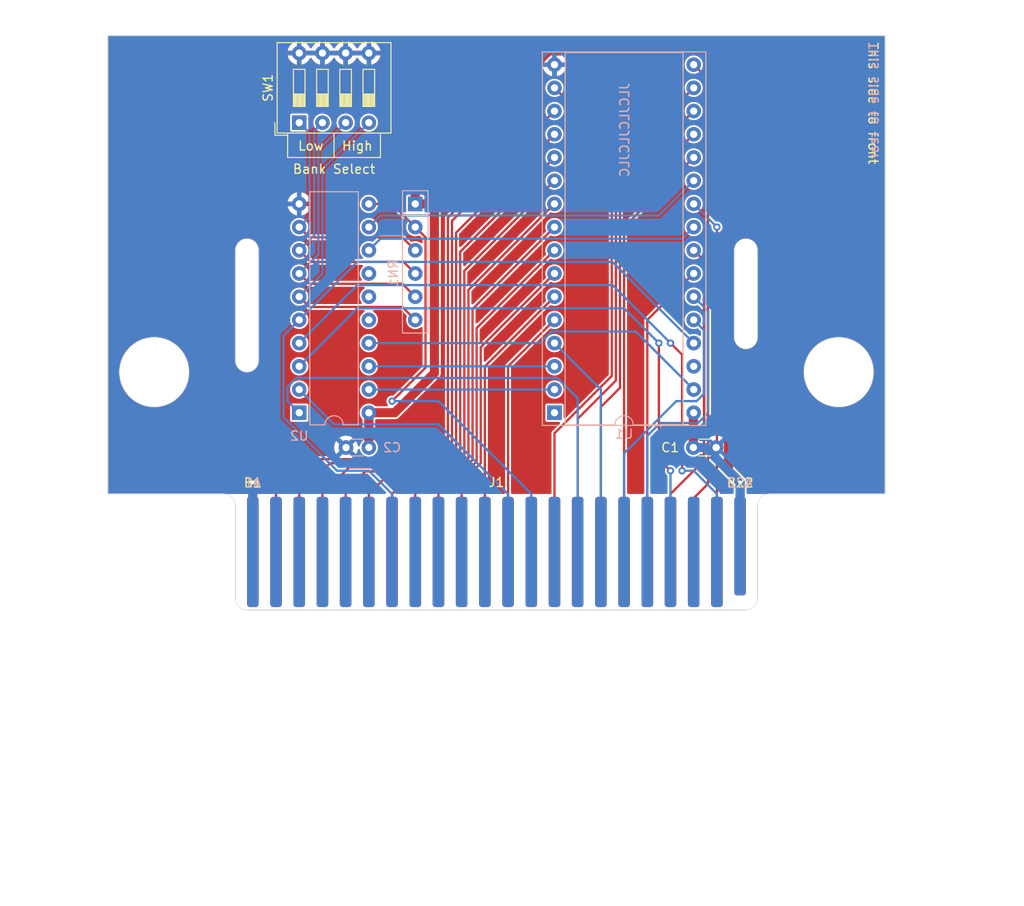
<source format=kicad_pcb>
(kicad_pcb (version 20221018) (generator pcbnew)
  (title_block (title "Cartridge for BBC Master & Acorn Electron"))
  (layers (0 "F.Cu" signal) (31 "B.Cu" signal) (34 "B.Paste" user) (35 "F.Paste" user) (36 "B.SilkS" user "B.Silkscreen") (37 "F.SilkS" user "F.Silkscreen") (38 "B.Mask" user) (39 "F.Mask" user) (44 "Edge.Cuts" user))
  (net 0 "")
  (net 1 "GND")
  (net 2 "VCC")
  (net 3 "/A10")
  (net 4 "/D3")
  (net 5 "/A11")
  (net 6 "/A9")
  (net 7 "/D7")
  (net 8 "/D6")
  (net 9 "/D5")
  (net 10 "/D4")
  (net 11 "/LightPen")
  (net 12 "/BA7")
  (net 13 "/BA6")
  (net 14 "/BA5")
  (net 15 "/BA4")
  (net 16 "/BA3")
  (net 17 "/BA2")
  (net 18 "/BA1")
  (net 19 "/BA0")
  (net 20 "/D0")
  (net 21 "/D2")
  (net 22 "/D1")
  (net 23 "/~{ROMOE}")
  (net 24 "/~{RST}")
  (net 25 "/CS_R~{W}")
  (net 26 "/A8")
  (net 27 "/A13")
  (net 28 "/A12")
  (net 29 "/Phi_2")
  (net 30 "/-5V")
  (net 31 "/MADET")
  (net 32 "/M_R~{W}")
  (net 33 "/~{NMI}")
  (net 34 "/~{IRQ}")
  (net 35 "/~{inFC}")
  (net 36 "/~{inFD}")
  (net 37 "/ROMQA")
  (net 38 "/Clock")
  (net 39 "/~{CRTCRST}")
  (net 40 "/AudioOut")
  (net 41 "/AudioGnd")
  (net 42 "/AudioIn")
  (net 43 "/~{Hi_A16}")
  (net 44 "/~{Hi_A15}")
  (net 45 "/~{Lo_A16}")
  (net 46 "/~{Lo_A15}")
  (net 48 "/A16")
  (net 49 "/A15")
  (net 50 "/~{CS}")
  (net 51 "/~{OE}")
  (net 53 "/~{PGM}")
  (footprint "Button_Switch_THT:SW_DIP_SPSTx04_Slide_9.78x12.34mm_W7.62mm_P2.54mm" (layer "F.Cu") (at 46.99 35.56 90)
    (fp_text reference "SW1" (at 3.81 -3.42 90) (layer "F.SilkS"))
    (fp_text value "SW_DIP_x04")
    (fp_line (start -1.38 -2.66) (end -1.38 -1.277) (stroke (width 0.12)) (layer "F.SilkS"))
    (fp_line (start -1.38 -2.66) (end 0.004 -2.66) (stroke (width 0.12)) (layer "F.SilkS"))
    (fp_line (start -1.14 -2.42) (end -1.14 10.04) (stroke (width 0.12)) (layer "F.SilkS"))
    (fp_line (start -1.14 -2.42) (end 8.76 -2.42) (stroke (width 0.12)) (layer "F.SilkS"))
    (fp_line (start -1.14 10.04) (end 8.76 10.04) (stroke (width 0.12)) (layer "F.SilkS"))
    (fp_line (start 1.78 -0.635) (end 1.78 0.635) (stroke (width 0.12)) (layer "F.SilkS"))
    (fp_line (start 1.78 -0.515) (end 3.133333 -0.515) (stroke (width 0.12)) (layer "F.SilkS"))
    (fp_line (start 1.78 -0.395) (end 3.133333 -0.395) (stroke (width 0.12)) (layer "F.SilkS"))
    (fp_line (start 1.78 -0.275) (end 3.133333 -0.275) (stroke (width 0.12)) (layer "F.SilkS"))
    (fp_line (start 1.78 -0.155) (end 3.133333 -0.155) (stroke (width 0.12)) (layer "F.SilkS"))
    (fp_line (start 1.78 -0.035) (end 3.133333 -0.035) (stroke (width 0.12)) (layer "F.SilkS"))
    (fp_line (start 1.78 0.085) (end 3.133333 0.085) (stroke (width 0.12)) (layer "F.SilkS"))
    (fp_line (start 1.78 0.205) (end 3.133333 0.205) (stroke (width 0.12)) (layer "F.SilkS"))
    (fp_line (start 1.78 0.325) (end 3.133333 0.325) (stroke (width 0.12)) (layer "F.SilkS"))
    (fp_line (start 1.78 0.445) (end 3.133333 0.445) (stroke (width 0.12)) (layer "F.SilkS"))
    (fp_line (start 1.78 0.565) (end 3.133333 0.565) (stroke (width 0.12)) (layer "F.SilkS"))
    (fp_line (start 1.78 0.635) (end 5.84 0.635) (stroke (width 0.12)) (layer "F.SilkS"))
    (fp_line (start 1.78 1.905) (end 1.78 3.175) (stroke (width 0.12)) (layer "F.SilkS"))
    (fp_line (start 1.78 2.025) (end 3.133333 2.025) (stroke (width 0.12)) (layer "F.SilkS"))
    (fp_line (start 1.78 2.145) (end 3.133333 2.145) (stroke (width 0.12)) (layer "F.SilkS"))
    (fp_line (start 1.78 2.265) (end 3.133333 2.265) (stroke (width 0.12)) (layer "F.SilkS"))
    (fp_line (start 1.78 2.385) (end 3.133333 2.385) (stroke (width 0.12)) (layer "F.SilkS"))
    (fp_line (start 1.78 2.505) (end 3.133333 2.505) (stroke (width 0.12)) (layer "F.SilkS"))
    (fp_line (start 1.78 2.625) (end 3.133333 2.625) (stroke (width 0.12)) (layer "F.SilkS"))
    (fp_line (start 1.78 2.745) (end 3.133333 2.745) (stroke (width 0.12)) (layer "F.SilkS"))
    (fp_line (start 1.78 2.865) (end 3.133333 2.865) (stroke (width 0.12)) (layer "F.SilkS"))
    (fp_line (start 1.78 2.985) (end 3.133333 2.985) (stroke (width 0.12)) (layer "F.SilkS"))
    (fp_line (start 1.78 3.105) (end 3.133333 3.105) (stroke (width 0.12)) (layer "F.SilkS"))
    (fp_line (start 1.78 3.175) (end 5.84 3.175) (stroke (width 0.12)) (layer "F.SilkS"))
    (fp_line (start 1.78 4.445) (end 1.78 5.715) (stroke (width 0.12)) (layer "F.SilkS"))
    (fp_line (start 1.78 4.565) (end 3.133333 4.565) (stroke (width 0.12)) (layer "F.SilkS"))
    (fp_line (start 1.78 4.685) (end 3.133333 4.685) (stroke (width 0.12)) (layer "F.SilkS"))
    (fp_line (start 1.78 4.805) (end 3.133333 4.805) (stroke (width 0.12)) (layer "F.SilkS"))
    (fp_line (start 1.78 4.925) (end 3.133333 4.925) (stroke (width 0.12)) (layer "F.SilkS"))
    (fp_line (start 1.78 5.045) (end 3.133333 5.045) (stroke (width 0.12)) (layer "F.SilkS"))
    (fp_line (start 1.78 5.165) (end 3.133333 5.165) (stroke (width 0.12)) (layer "F.SilkS"))
    (fp_line (start 1.78 5.285) (end 3.133333 5.285) (stroke (width 0.12)) (layer "F.SilkS"))
    (fp_line (start 1.78 5.405) (end 3.133333 5.405) (stroke (width 0.12)) (layer "F.SilkS"))
    (fp_line (start 1.78 5.525) (end 3.133333 5.525) (stroke (width 0.12)) (layer "F.SilkS"))
    (fp_line (start 1.78 5.645) (end 3.133333 5.645) (stroke (width 0.12)) (layer "F.SilkS"))
    (fp_line (start 1.78 5.715) (end 5.84 5.715) (stroke (width 0.12)) (layer "F.SilkS"))
    (fp_line (start 1.78 6.985) (end 1.78 8.255) (stroke (width 0.12)) (layer "F.SilkS"))
    (fp_line (start 1.78 7.105) (end 3.133333 7.105) (stroke (width 0.12)) (layer "F.SilkS"))
    (fp_line (start 1.78 7.225) (end 3.133333 7.225) (stroke (width 0.12)) (layer "F.SilkS"))
    (fp_line (start 1.78 7.345) (end 3.133333 7.345) (stroke (width 0.12)) (layer "F.SilkS"))
    (fp_line (start 1.78 7.465) (end 3.133333 7.465) (stroke (width 0.12)) (layer "F.SilkS"))
    (fp_line (start 1.78 7.585) (end 3.133333 7.585) (stroke (width 0.12)) (layer "F.SilkS"))
    (fp_line (start 1.78 7.705) (end 3.133333 7.705) (stroke (width 0.12)) (layer "F.SilkS"))
    (fp_line (start 1.78 7.825) (end 3.133333 7.825) (stroke (width 0.12)) (layer "F.SilkS"))
    (fp_line (start 1.78 7.945) (end 3.133333 7.945) (stroke (width 0.12)) (layer "F.SilkS"))
    (fp_line (start 1.78 8.065) (end 3.133333 8.065) (stroke (width 0.12)) (layer "F.SilkS"))
    (fp_line (start 1.78 8.185) (end 3.133333 8.185) (stroke (width 0.12)) (layer "F.SilkS"))
    (fp_line (start 1.78 8.255) (end 5.84 8.255) (stroke (width 0.12)) (layer "F.SilkS"))
    (fp_line (start 3.133333 -0.635) (end 3.133333 0.635) (stroke (width 0.12)) (layer "F.SilkS"))
    (fp_line (start 3.133333 1.905) (end 3.133333 3.175) (stroke (width 0.12)) (layer "F.SilkS"))
    (fp_line (start 3.133333 4.445) (end 3.133333 5.715) (stroke (width 0.12)) (layer "F.SilkS"))
    (fp_line (start 3.133333 6.985) (end 3.133333 8.255) (stroke (width 0.12)) (layer "F.SilkS"))
    (fp_line (start 5.84 -0.635) (end 1.78 -0.635) (stroke (width 0.12)) (layer "F.SilkS"))
    (fp_line (start 5.84 0.635) (end 5.84 -0.635) (stroke (width 0.12)) (layer "F.SilkS"))
    (fp_line (start 5.84 1.905) (end 1.78 1.905) (stroke (width 0.12)) (layer "F.SilkS"))
    (fp_line (start 5.84 3.175) (end 5.84 1.905) (stroke (width 0.12)) (layer "F.SilkS"))
    (fp_line (start 5.84 4.445) (end 1.78 4.445) (stroke (width 0.12)) (layer "F.SilkS"))
    (fp_line (start 5.84 5.715) (end 5.84 4.445) (stroke (width 0.12)) (layer "F.SilkS"))
    (fp_line (start 5.84 6.985) (end 1.78 6.985) (stroke (width 0.12)) (layer "F.SilkS"))
    (fp_line (start 5.84 8.255) (end 5.84 6.985) (stroke (width 0.12)) (layer "F.SilkS"))
    (fp_line (start 8.76 -2.42) (end 8.76 10.04) (stroke (width 0.12)) (layer "F.SilkS"))
    (pad "1" thru_hole rect (at 0 0 90) (size 1.6 1.6) (drill 0.8) (layers "*.Cu" "*.Mask") (net 43 "/~{Hi_A16}"))
    (pad "2" thru_hole oval (at 0 2.54 90) (size 1.6 1.6) (drill 0.8) (layers "*.Cu" "*.Mask") (net 44 "/~{Hi_A15}"))
    (pad "3" thru_hole oval (at 0 5.08 90) (size 1.6 1.6) (drill 0.8) (layers "*.Cu" "*.Mask") (net 45 "/~{Lo_A16}"))
    (pad "4" thru_hole oval (at 0 7.62 90) (size 1.6 1.6) (drill 0.8) (layers "*.Cu" "*.Mask") (net 46 "/~{Lo_A15}"))
    (pad "5" thru_hole oval (at 7.62 7.62 90) (size 1.6 1.6) (drill 0.8) (layers "*.Cu" "*.Mask") (net 1 "GND"))
    (pad "6" thru_hole oval (at 7.62 5.08 90) (size 1.6 1.6) (drill 0.8) (layers "*.Cu" "*.Mask") (net 1 "GND"))
    (pad "7" thru_hole oval (at 7.62 2.54 90) (size 1.6 1.6) (drill 0.8) (layers "*.Cu" "*.Mask") (net 1 "GND"))
    (pad "8" thru_hole oval (at 7.62 0 90) (size 1.6 1.6) (drill 0.8) (layers "*.Cu" "*.Mask") (net 1 "GND"))
  )
  (footprint "BBC Master Cartridge:BBC Master Cartridge" (layer "F.Cu") (at 68.58 76.5175)
    (fp_text reference "J1" (at 0 -1.5875) (layer "F.SilkS"))
    (fp_text value "Conn_02x22_Row_Letter_First" hide)
    (pad "a1" connect roundrect (at 26.67 5.3975) (size 1.27 10.795) (layers "B.Cu" "B.Mask") (net 2 "VCC"))
    (pad "a2" connect roundrect (at 24.13 6.0325) (size 1.27 12.065) (layers "B.Cu" "B.Mask") (net 23 "/~{ROMOE}"))
    (pad "a3" connect roundrect (at 21.59 6.0325) (size 1.27 12.065) (layers "B.Cu" "B.Mask") (net 24 "/~{RST}"))
    (pad "a4" connect roundrect (at 19.05 6.0325) (size 1.27 12.065) (layers "B.Cu" "B.Mask") (net 25 "/CS_R~{W}"))
    (pad "a5" connect roundrect (at 16.51 6.0325) (size 1.27 12.065) (layers "B.Cu" "B.Mask") (net 26 "/A8"))
    (pad "a6" connect roundrect (at 13.97 6.0325) (size 1.27 12.065) (layers "B.Cu" "B.Mask") (net 27 "/A13"))
    (pad "a7" connect roundrect (at 11.43 6.0325) (size 1.27 12.065) (layers "B.Cu" "B.Mask") (net 28 "/A12"))
    (pad "a8" connect roundrect (at 8.89 6.0325) (size 1.27 12.065) (layers "B.Cu" "B.Mask") (net 29 "/Phi_2"))
    (pad "a9" connect roundrect (at 6.35 6.0325) (size 1.27 12.065) (layers "B.Cu" "B.Mask") (net 30 "/-5V"))
    (pad "a10" connect roundrect (at 3.81 6.0325) (size 1.27 12.065) (layers "B.Cu" "B.Mask") (net 31 "/MADET"))
    (pad "a11" connect roundrect (at 1.27 6.0325) (size 1.27 12.065) (layers "B.Cu" "B.Mask") (net 32 "/M_R~{W}"))
    (pad "a12" connect roundrect (at -1.27 6.0325) (size 1.27 12.065) (layers "B.Cu" "B.Mask") (net 33 "/~{NMI}"))
    (pad "a13" connect roundrect (at -3.81 6.0325) (size 1.27 12.065) (layers "B.Cu" "B.Mask") (net 34 "/~{IRQ}"))
    (pad "a14" connect roundrect (at -6.35 6.0325) (size 1.27 12.065) (layers "B.Cu" "B.Mask") (net 35 "/~{inFC}"))
    (pad "a15" connect roundrect (at -8.89 6.0325) (size 1.27 12.065) (layers "B.Cu" "B.Mask") (net 36 "/~{inFD}"))
    (pad "a16" connect roundrect (at -11.43 6.0325) (size 1.27 12.065) (layers "B.Cu" "B.Mask") (net 37 "/ROMQA"))
    (pad "a17" connect roundrect (at -13.97 6.0325) (size 1.27 12.065) (layers "B.Cu" "B.Mask") (net 38 "/Clock"))
    (pad "a18" connect roundrect (at -16.51 6.0325) (size 1.27 12.065) (layers "B.Cu" "B.Mask") (net 39 "/~{CRTCRST}"))
    (pad "a19" connect roundrect (at -19.05 6.0325) (size 1.27 12.065) (layers "B.Cu" "B.Mask") (net 40 "/AudioOut"))
    (pad "a20" connect roundrect (at -21.59 6.0325) (size 1.27 12.065) (layers "B.Cu" "B.Mask") (net 41 "/AudioGnd"))
    (pad "a21" connect roundrect (at -24.13 6.0325) (size 1.27 12.065) (layers "B.Cu" "B.Mask") (net 42 "/AudioIn"))
    (pad "a22" connect roundrect (at -26.67 6.0325) (size 1.27 12.065) (layers "B.Cu" "B.Mask") (net 1 "GND"))
    (pad "b1" connect roundrect (at 26.67 5.3975) (size 1.27 10.795) (layers "F.Cu" "F.Mask") (net 2 "VCC"))
    (pad "b2" connect roundrect (at 24.13 6.0325) (size 1.27 12.065) (layers "F.Cu" "F.Mask") (net 3 "/A10"))
    (pad "b3" connect roundrect (at 21.59 6.0325) (size 1.27 12.065) (layers "F.Cu" "F.Mask") (net 4 "/D3"))
    (pad "b4" connect roundrect (at 19.05 6.0325) (size 1.27 12.065) (layers "F.Cu" "F.Mask") (net 5 "/A11"))
    (pad "b5" connect roundrect (at 16.51 6.0325) (size 1.27 12.065) (layers "F.Cu" "F.Mask") (net 6 "/A9"))
    (pad "b6" connect roundrect (at 13.97 6.0325) (size 1.27 12.065) (layers "F.Cu" "F.Mask") (net 7 "/D7"))
    (pad "b7" connect roundrect (at 11.43 6.0325) (size 1.27 12.065) (layers "F.Cu" "F.Mask") (net 8 "/D6"))
    (pad "b8" connect roundrect (at 8.89 6.0325) (size 1.27 12.065) (layers "F.Cu" "F.Mask") (net 9 "/D5"))
    (pad "b9" connect roundrect (at 6.35 6.0325) (size 1.27 12.065) (layers "F.Cu" "F.Mask") (net 10 "/D4"))
    (pad "b10" connect roundrect (at 3.81 6.0325) (size 1.27 12.065) (layers "F.Cu" "F.Mask") (net 11 "/LightPen"))
    (pad "b11" connect roundrect (at 1.27 6.0325) (size 1.27 12.065) (layers "F.Cu" "F.Mask") (net 12 "/BA7"))
    (pad "b12" connect roundrect (at -1.27 6.0325) (size 1.27 12.065) (layers "F.Cu" "F.Mask") (net 13 "/BA6"))
    (pad "b13" connect roundrect (at -3.81 6.0325) (size 1.27 12.065) (layers "F.Cu" "F.Mask") (net 14 "/BA5"))
    (pad "b14" connect roundrect (at -6.35 6.0325) (size 1.27 12.065) (layers "F.Cu" "F.Mask") (net 15 "/BA4"))
    (pad "b15" connect roundrect (at -8.89 6.0325) (size 1.27 12.065) (layers "F.Cu" "F.Mask") (net 16 "/BA3"))
    (pad "b16" connect roundrect (at -11.43 6.0325) (size 1.27 12.065) (layers "F.Cu" "F.Mask") (net 17 "/BA2"))
    (pad "b17" connect roundrect (at -13.97 6.0325) (size 1.27 12.065) (layers "F.Cu" "F.Mask") (net 18 "/BA1"))
    (pad "b18" connect roundrect (at -16.51 6.0325) (size 1.27 12.065) (layers "F.Cu" "F.Mask") (net 19 "/BA0"))
    (pad "b19" connect roundrect (at -19.05 6.0325) (size 1.27 12.065) (layers "F.Cu" "F.Mask") (net 20 "/D0"))
    (pad "b20" connect roundrect (at -21.59 6.0325) (size 1.27 12.065) (layers "F.Cu" "F.Mask") (net 21 "/D2"))
    (pad "b21" connect roundrect (at -24.13 6.0325) (size 1.27 12.065) (layers "F.Cu" "F.Mask") (net 22 "/D1"))
    (pad "b22" connect roundrect (at -26.67 6.0325) (size 1.27 12.065) (layers "F.Cu" "F.Mask") (net 1 "GND"))
  )
  (footprint "Capacitor_THT:C_Disc_D3.0mm_W1.6mm_P2.50mm" (layer "F.Cu") (at 90.13 71.12)
    (fp_text reference "C1" (at -2.54 0) (layer "F.SilkS"))
    (fp_text value "0.1uF")
    (fp_line (start 0.621 -0.92) (end 1.879 -0.92) (stroke (width 0.12)) (layer "F.SilkS"))
    (fp_line (start 0.621 0.92) (end 1.879 0.92) (stroke (width 0.12)) (layer "F.SilkS"))
    (pad "1" thru_hole circle (at 0 0) (size 1.6 1.6) (drill 0.8) (layers "*.Cu" "*.Mask") (net 2 "VCC"))
    (pad "2" thru_hole circle (at 2.5 0) (size 1.6 1.6) (drill 0.8) (layers "*.Cu" "*.Mask") (net 1 "GND"))
  )
  (footprint "Capacitor_THT:C_Disc_D3.0mm_W1.6mm_P2.50mm" (layer "B.Cu") (at 54.61 71.12 180)
    (fp_text reference "C2" (at -2.54 0) (layer "B.SilkS") (effects (justify mirror)))
    (fp_text value "0.1uF")
    (fp_line (start 0.621 -0.92) (end 1.879 -0.92) (stroke (width 0.12)) (layer "B.SilkS"))
    (fp_line (start 0.621 0.92) (end 1.879 0.92) (stroke (width 0.12)) (layer "B.SilkS"))
    (pad "1" thru_hole circle (at 0 0 180) (size 1.6 1.6) (drill 0.8) (layers "*.Cu" "*.Mask") (net 2 "VCC"))
    (pad "2" thru_hole circle (at 2.5 0 180) (size 1.6 1.6) (drill 0.8) (layers "*.Cu" "*.Mask") (net 1 "GND"))
  )
  (footprint "Package_DIP:DIP-20_W7.62mm" (layer "B.Cu") (at 46.99 67.31)
    (fp_text reference "U2" (at 0 2.54) (layer "B.SilkS") (effects (justify mirror)))
    (fp_text value "GAL16V8")
    (fp_line (start 1.16 -24.19) (end 6.46 -24.19) (stroke (width 0.12)) (layer "B.SilkS"))
    (fp_line (start 1.16 1.33) (end 1.16 -24.19) (stroke (width 0.12)) (layer "B.SilkS"))
    (fp_line (start 2.81 1.33) (end 1.16 1.33) (stroke (width 0.12)) (layer "B.SilkS"))
    (fp_line (start 6.46 -24.19) (end 6.46 1.33) (stroke (width 0.12)) (layer "B.SilkS"))
    (fp_line (start 6.46 1.33) (end 4.81 1.33) (stroke (width 0.12)) (layer "B.SilkS"))
    (fp_arc (start 2.81 1.33) (mid 3.81 0.33) (end 4.81 1.33) (stroke (width 0.12)) (layer "B.SilkS"))
    (pad "1" thru_hole rect (at 0 0) (size 1.6 1.6) (drill 0.8) (layers "*.Cu" "*.Mask") (net 29 "/Phi_2"))
    (pad "2" thru_hole oval (at 0 -2.54) (size 1.6 1.6) (drill 0.8) (layers "*.Cu" "*.Mask") (net 32 "/M_R~{W}"))
    (pad "3" thru_hole oval (at 0 -5.08) (size 1.6 1.6) (drill 0.8) (layers "*.Cu" "*.Mask") (net 25 "/CS_R~{W}"))
    (pad "4" thru_hole oval (at 0 -7.62) (size 1.6 1.6) (drill 0.8) (layers "*.Cu" "*.Mask") (net 23 "/~{ROMOE}"))
    (pad "5" thru_hole oval (at 0 -10.16) (size 1.6 1.6) (drill 0.8) (layers "*.Cu" "*.Mask") (net 37 "/ROMQA"))
    (pad "6" thru_hole oval (at 0 -12.7) (size 1.6 1.6) (drill 0.8) (layers "*.Cu" "*.Mask") (net 46 "/~{Lo_A15}"))
    (pad "7" thru_hole oval (at 0 -15.24) (size 1.6 1.6) (drill 0.8) (layers "*.Cu" "*.Mask") (net 45 "/~{Lo_A16}"))
    (pad "8" thru_hole oval (at 0 -17.78) (size 1.6 1.6) (drill 0.8) (layers "*.Cu" "*.Mask") (net 44 "/~{Hi_A15}"))
    (pad "9" thru_hole oval (at 0 -20.32) (size 1.6 1.6) (drill 0.8) (layers "*.Cu" "*.Mask") (net 43 "/~{Hi_A16}"))
    (pad "10" thru_hole oval (at 0 -22.86) (size 1.6 1.6) (drill 0.8) (layers "*.Cu" "*.Mask") (net 1 "GND"))
    (pad "11" thru_hole oval (at 7.62 -22.86) (size 1.6 1.6) (drill 0.8) (layers "*.Cu" "*.Mask") (net 31 "/MADET"))
    (pad "12" thru_hole oval (at 7.62 -20.32) (size 1.6 1.6) (drill 0.8) (layers "*.Cu" "*.Mask") (net 50 "/~{CS}"))
    (pad "13" thru_hole oval (at 7.62 -17.78) (size 1.6 1.6) (drill 0.8) (layers "*.Cu" "*.Mask") (net 51 "/~{OE}"))
    (pad "14" thru_hole oval (at 7.62 -15.24) (size 1.6 1.6) (drill 0.8) (layers "*.Cu" "*.Mask"))
    (pad "15" thru_hole oval (at 7.62 -12.7) (size 1.6 1.6) (drill 0.8) (layers "*.Cu" "*.Mask"))
    (pad "16" thru_hole oval (at 7.62 -10.16) (size 1.6 1.6) (drill 0.8) (layers "*.Cu" "*.Mask"))
    (pad "17" thru_hole oval (at 7.62 -7.62) (size 1.6 1.6) (drill 0.8) (layers "*.Cu" "*.Mask") (net 53 "/~{PGM}"))
    (pad "18" thru_hole oval (at 7.62 -5.08) (size 1.6 1.6) (drill 0.8) (layers "*.Cu" "*.Mask") (net 49 "/A15"))
    (pad "19" thru_hole oval (at 7.62 -2.54) (size 1.6 1.6) (drill 0.8) (layers "*.Cu" "*.Mask") (net 48 "/A16"))
    (pad "20" thru_hole oval (at 7.62 0) (size 1.6 1.6) (drill 0.8) (layers "*.Cu" "*.Mask") (net 2 "VCC"))
  )
  (footprint "Resistor_THT:R_Array_SIP6" (layer "B.Cu") (at 59.69 44.45 -90)
    (fp_text reference "RN1" (at 7.62 2.4 90) (layer "B.SilkS") (effects (justify mirror)))
    (fp_text value "10K" hide)
    (fp_line (start -1.44 -1.4) (end 14.14 -1.4) (stroke (width 0.12)) (layer "B.SilkS"))
    (fp_line (start -1.44 1.4) (end -1.44 -1.4) (stroke (width 0.12)) (layer "B.SilkS"))
    (fp_line (start 1.27 1.4) (end 1.27 -1.4) (stroke (width 0.12)) (layer "B.SilkS"))
    (fp_line (start 14.14 -1.4) (end 14.14 1.4) (stroke (width 0.12)) (layer "B.SilkS"))
    (fp_line (start 14.14 1.4) (end -1.44 1.4) (stroke (width 0.12)) (layer "B.SilkS"))
    (pad "1" thru_hole rect (at 0 0 270) (size 1.6 1.6) (drill 0.8) (layers "*.Cu" "*.Mask") (net 2 "VCC"))
    (pad "2" thru_hole oval (at 2.54 0 270) (size 1.6 1.6) (drill 0.8) (layers "*.Cu" "*.Mask") (net 31 "/MADET"))
    (pad "3" thru_hole oval (at 5.08 0 270) (size 1.6 1.6) (drill 0.8) (layers "*.Cu" "*.Mask") (net 43 "/~{Hi_A16}"))
    (pad "4" thru_hole oval (at 7.62 0 270) (size 1.6 1.6) (drill 0.8) (layers "*.Cu" "*.Mask") (net 44 "/~{Hi_A15}"))
    (pad "5" thru_hole oval (at 10.16 0 270) (size 1.6 1.6) (drill 0.8) (layers "*.Cu" "*.Mask") (net 45 "/~{Lo_A16}"))
    (pad "6" thru_hole oval (at 12.7 0 270) (size 1.6 1.6) (drill 0.8) (layers "*.Cu" "*.Mask") (net 46 "/~{Lo_A15}"))
  )
  (footprint "Package_DIP:DIP-32_W15.24mm_Socket" (layer "B.Cu") (at 74.93 67.31)
    (fp_text reference "U1" (at 7.62 2.33) (layer "B.SilkS") (effects (justify mirror)))
    (fp_text value "SST39SF010")
    (fp_line (start -1.33 -39.49) (end 16.57 -39.49) (stroke (width 0.12)) (layer "B.SilkS"))
    (fp_line (start -1.33 1.39) (end -1.33 -39.49) (stroke (width 0.12)) (layer "B.SilkS"))
    (fp_line (start 1.16 -39.43) (end 14.08 -39.43) (stroke (width 0.12)) (layer "B.SilkS"))
    (fp_line (start 1.16 1.33) (end 1.16 -39.43) (stroke (width 0.12)) (layer "B.SilkS"))
    (fp_line (start 6.62 1.33) (end 1.16 1.33) (stroke (width 0.12)) (layer "B.SilkS"))
    (fp_line (start 14.08 -39.43) (end 14.08 1.33) (stroke (width 0.12)) (layer "B.SilkS"))
    (fp_line (start 14.08 1.33) (end 8.62 1.33) (stroke (width 0.12)) (layer "B.SilkS"))
    (fp_line (start 16.57 -39.49) (end 16.57 1.39) (stroke (width 0.12)) (layer "B.SilkS"))
    (fp_line (start 16.57 1.39) (end -1.33 1.39) (stroke (width 0.12)) (layer "B.SilkS"))
    (fp_arc (start 6.62 1.33) (mid 7.62 0.33) (end 8.62 1.33) (stroke (width 0.12)) (layer "B.SilkS"))
    (pad "1" thru_hole rect (at 0 0) (size 1.6 1.6) (drill 0.8) (layers "*.Cu" "*.Mask"))
    (pad "2" thru_hole oval (at 0 -2.54) (size 1.6 1.6) (drill 0.8) (layers "*.Cu" "*.Mask") (net 48 "/A16"))
    (pad "3" thru_hole oval (at 0 -5.08) (size 1.6 1.6) (drill 0.8) (layers "*.Cu" "*.Mask") (net 49 "/A15"))
    (pad "4" thru_hole oval (at 0 -7.62) (size 1.6 1.6) (drill 0.8) (layers "*.Cu" "*.Mask") (net 28 "/A12"))
    (pad "5" thru_hole oval (at 0 -10.16) (size 1.6 1.6) (drill 0.8) (layers "*.Cu" "*.Mask") (net 12 "/BA7"))
    (pad "6" thru_hole oval (at 0 -12.7) (size 1.6 1.6) (drill 0.8) (layers "*.Cu" "*.Mask") (net 13 "/BA6"))
    (pad "7" thru_hole oval (at 0 -15.24) (size 1.6 1.6) (drill 0.8) (layers "*.Cu" "*.Mask") (net 14 "/BA5"))
    (pad "8" thru_hole oval (at 0 -17.78) (size 1.6 1.6) (drill 0.8) (layers "*.Cu" "*.Mask") (net 15 "/BA4"))
    (pad "9" thru_hole oval (at 0 -20.32) (size 1.6 1.6) (drill 0.8) (layers "*.Cu" "*.Mask") (net 16 "/BA3"))
    (pad "10" thru_hole oval (at 0 -22.86) (size 1.6 1.6) (drill 0.8) (layers "*.Cu" "*.Mask") (net 17 "/BA2"))
    (pad "11" thru_hole oval (at 0 -25.4) (size 1.6 1.6) (drill 0.8) (layers "*.Cu" "*.Mask") (net 18 "/BA1"))
    (pad "12" thru_hole oval (at 0 -27.94) (size 1.6 1.6) (drill 0.8) (layers "*.Cu" "*.Mask") (net 19 "/BA0"))
    (pad "13" thru_hole oval (at 0 -30.48) (size 1.6 1.6) (drill 0.8) (layers "*.Cu" "*.Mask") (net 20 "/D0"))
    (pad "14" thru_hole oval (at 0 -33.02) (size 1.6 1.6) (drill 0.8) (layers "*.Cu" "*.Mask") (net 22 "/D1"))
    (pad "15" thru_hole oval (at 0 -35.56) (size 1.6 1.6) (drill 0.8) (layers "*.Cu" "*.Mask") (net 21 "/D2"))
    (pad "16" thru_hole oval (at 0 -38.1) (size 1.6 1.6) (drill 0.8) (layers "*.Cu" "*.Mask") (net 1 "GND"))
    (pad "17" thru_hole oval (at 15.24 -38.1) (size 1.6 1.6) (drill 0.8) (layers "*.Cu" "*.Mask") (net 4 "/D3"))
    (pad "18" thru_hole oval (at 15.24 -35.56) (size 1.6 1.6) (drill 0.8) (layers "*.Cu" "*.Mask") (net 10 "/D4"))
    (pad "19" thru_hole oval (at 15.24 -33.02) (size 1.6 1.6) (drill 0.8) (layers "*.Cu" "*.Mask") (net 9 "/D5"))
    (pad "20" thru_hole oval (at 15.24 -30.48) (size 1.6 1.6) (drill 0.8) (layers "*.Cu" "*.Mask") (net 8 "/D6"))
    (pad "21" thru_hole oval (at 15.24 -27.94) (size 1.6 1.6) (drill 0.8) (layers "*.Cu" "*.Mask") (net 7 "/D7"))
    (pad "22" thru_hole oval (at 15.24 -25.4) (size 1.6 1.6) (drill 0.8) (layers "*.Cu" "*.Mask") (net 50 "/~{CS}"))
    (pad "23" thru_hole oval (at 15.24 -22.86) (size 1.6 1.6) (drill 0.8) (layers "*.Cu" "*.Mask") (net 3 "/A10"))
    (pad "24" thru_hole oval (at 15.24 -20.32) (size 1.6 1.6) (drill 0.8) (layers "*.Cu" "*.Mask") (net 51 "/~{OE}"))
    (pad "25" thru_hole oval (at 15.24 -17.78) (size 1.6 1.6) (drill 0.8) (layers "*.Cu" "*.Mask") (net 5 "/A11"))
    (pad "26" thru_hole oval (at 15.24 -15.24) (size 1.6 1.6) (drill 0.8) (layers "*.Cu" "*.Mask") (net 6 "/A9"))
    (pad "27" thru_hole oval (at 15.24 -12.7) (size 1.6 1.6) (drill 0.8) (layers "*.Cu" "*.Mask") (net 26 "/A8"))
    (pad "28" thru_hole oval (at 15.24 -10.16) (size 1.6 1.6) (drill 0.8) (layers "*.Cu" "*.Mask") (net 27 "/A13"))
    (pad "29" thru_hole oval (at 15.24 -7.62) (size 1.6 1.6) (drill 0.8) (layers "*.Cu" "*.Mask") (net 37 "/ROMQA"))
    (pad "30" thru_hole oval (at 15.24 -5.08) (size 1.6 1.6) (drill 0.8) (layers "*.Cu" "*.Mask"))
    (pad "31" thru_hole oval (at 15.24 -2.54) (size 1.6 1.6) (drill 0.8) (layers "*.Cu" "*.Mask") (net 53 "/~{PGM}"))
    (pad "32" thru_hole oval (at 15.24 0) (size 1.6 1.6) (drill 0.8) (layers "*.Cu" "*.Mask") (net 2 "VCC"))
  )
  (gr_line (start 45.72 39.37) (end 55.88 39.37) (stroke (width 0.12)) (layer "F.SilkS"))
  (gr_line (start 55.88 39.37) (end 55.88 36.83) (stroke (width 0.12)) (layer "F.SilkS"))
  (gr_line (start 45.72 36.83) (end 45.72 39.37) (stroke (width 0.12)) (layer "F.SilkS"))
  (gr_line (start 50.8 39.37) (end 50.8 36.83) (stroke (width 0.12)) (layer "F.SilkS"))
  (gr_line (start 42.545 49.53) (end 42.545 61.595) (stroke (width 0.05)) (layer "Edge.Cuts"))
  (gr_line (start 40.005 87.63) (end 40.005 77.47) (stroke (width 0.1)) (layer "Edge.Cuts"))
  (gr_arc (start 94.615 49.53) (mid 95.885 48.26) (end 97.155 49.53) (stroke (width 0.05)) (layer "Edge.Cuts"))
  (gr_line (start 94.615 59.055) (end 94.615 49.53) (stroke (width 0.05)) (layer "Edge.Cuts"))
  (gr_line (start 40.005 61.595) (end 40.005 49.53) (stroke (width 0.05)) (layer "Edge.Cuts"))
  (gr_arc (start 42.545 61.595) (mid 41.275 62.865) (end 40.005 61.595) (stroke (width 0.05)) (layer "Edge.Cuts"))
  (gr_line (start 95.885 88.9) (end 41.275 88.9) (stroke (width 0.1)) (layer "Edge.Cuts"))
  (gr_line (start 38.735 76.2) (end 26.035 76.2) (stroke (width 0.1)) (layer "Edge.Cuts"))
  (gr_circle (center 31.115 62.865) (end 34.925 62.865) (stroke (width 0.05)) (fill none) (layer "Edge.Cuts"))
  (gr_circle (center 106.045 62.865) (end 102.235 62.865) (stroke (width 0.05)) (fill none) (layer "Edge.Cuts"))
  (gr_arc (start 97.155 59.055) (mid 95.885 60.325) (end 94.615 59.055) (stroke (width 0.05)) (layer "Edge.Cuts"))
  (gr_arc (start 41.275 88.9) (mid 40.376974 88.528026) (end 40.005 87.63) (stroke (width 0.05)) (layer "Edge.Cuts"))
  (gr_arc (start 97.155 87.63) (mid 96.783026 88.528026) (end 95.885 88.9) (stroke (width 0.05)) (layer "Edge.Cuts"))
  (gr_line (start 26.035 26.035) (end 111.125 26.035) (stroke (width 0.1)) (layer "Edge.Cuts"))
  (gr_arc (start 97.155 77.47) (mid 97.526974 76.571974) (end 98.425 76.2) (stroke (width 0.05)) (layer "Edge.Cuts"))
  (gr_arc (start 40.005 49.53) (mid 41.275 48.26) (end 42.545 49.53) (stroke (width 0.05)) (layer "Edge.Cuts"))
  (gr_line (start 97.155 59.055) (end 97.155 49.53) (stroke (width 0.05)) (layer "Edge.Cuts"))
  (gr_line (start 26.035 76.2) (end 26.035 26.035) (stroke (width 0.1)) (layer "Edge.Cuts"))
  (gr_arc (start 38.735 76.2) (mid 39.633026 76.571974) (end 40.005 77.47) (stroke (width 0.05)) (layer "Edge.Cuts"))
  (gr_line (start 111.125 26.035) (end 111.125 76.2) (stroke (width 0.1)) (layer "Edge.Cuts"))
  (gr_line (start 97.155 77.47) (end 97.155 87.63) (stroke (width 0.1)) (layer "Edge.Cuts"))
  (gr_line (start 111.125 76.2) (end 98.425 76.2) (stroke (width 0.1)) (layer "Edge.Cuts"))
  (gr_text "A22" (at 95.25 75.565) (layer "B.SilkS") (effects (font (size 1 1)) (justify bottom mirror)))
  (gr_text "A1" (at 41.91 75.565) (layer "B.SilkS") (effects (font (size 1 1)) (justify bottom mirror)))
  (gr_text "This side to rear" (at 110.49 26.67 90) (layer "B.SilkS") (effects (font (size 1 1)) (justify left bottom mirror)))
  (gr_text "JLCJLCJLCJLC" (at 83.185 31.115 90) (layer "B.SilkS") (effects (font (size 1 1)) (justify left bottom mirror)))
  (gr_text "High" (at 53.34 38.1) (layer "F.SilkS") (effects (font (size 1 1))))
  (gr_text "B1" (at 41.91 75.565) (layer "F.SilkS") (effects (font (size 1 1)) (justify bottom)))
  (gr_text "Bank Select" (at 50.8 40.64) (layer "F.SilkS") (effects (font (size 1 1))))
  (gr_text "This side to front" (at 109.22 26.67 -90) (layer "F.SilkS") (effects (font (size 1 1)) (justify left bottom)))
  (gr_text "Low" (at 48.26 38.1) (layer "F.SilkS") (effects (font (size 1 1))))
  (gr_text "B22" (at 95.25 75.565) (layer "F.SilkS") (effects (font (size 1 1)) (justify bottom)))
  (segment (start 41.91 74.93) (end 41.91 82.55) (width 1) (layer "F.Cu") (net 1))
  (via (at 41.91 74.93) (size 0.8) (drill 0.4) (layers "F.Cu" "B.Cu") (net 1))
  (segment (start 41.91 82.55) (end 41.91 74.93) (width 1) (layer "B.Cu") (net 1))
  (segment (start 59.69 42.328679) (end 74.308679 27.71) (width 1) (layer "F.Cu") (net 2))
  (segment (start 57.435635 67.31) (end 54.61 67.31) (width 1) (layer "F.Cu") (net 2))
  (segment (start 90.13 71.12) (end 90.13 67.35) (width 1) (layer "F.Cu") (net 2))
  (segment (start 95.25 74.93) (end 95.25 81.915) (width 1) (layer "F.Cu") (net 2))
  (segment (start 74.308679 27.71) (end 90.791321 27.71) (width 1) (layer "F.Cu") (net 2))
  (segment (start 93.98 73.66) (end 95.25 74.93) (width 1) (layer "F.Cu") (net 2))
  (segment (start 59.69 44.45) (end 59.69 42.328679) (width 1) (layer "F.Cu") (net 2))
  (segment (start 61.49 44.45) (end 61.785 44.745) (width 1) (layer "F.Cu") (net 2))
  (segment (start 54.61 67.31) (end 54.61 71.12) (width 1) (layer "F.Cu") (net 2))
  (segment (start 61.785 62.960635) (end 57.435635 67.31) (width 1) (layer "F.Cu") (net 2))
  (segment (start 59.69 44.45) (end 61.49 44.45) (width 1) (layer "F.Cu") (net 2))
  (segment (start 93.98 30.898679) (end 93.98 73.66) (width 1) (layer "F.Cu") (net 2))
  (segment (start 61.785 44.745) (end 61.785 62.960635) (width 1) (layer "F.Cu") (net 2))
  (segment (start 90.791321 27.71) (end 93.98 30.898679) (width 1) (layer "F.Cu") (net 2))
  (via (at 95.25 74.93) (size 0.8) (drill 0.4) (layers "F.Cu" "B.Cu") (net 2))
  (segment (start 95.25 74.93) (end 91.44 71.12) (width 1) (layer "B.Cu") (net 2))
  (segment (start 95.25 81.915) (end 95.25 74.93) (width 1) (layer "B.Cu") (net 2))
  (segment (start 91.44 71.12) (end 90.13 71.12) (width 1) (layer "B.Cu") (net 2))
  (segment (start 92.71 82.55) (end 92.71 46.99) (width 0.25) (layer "F.Cu") (net 3))
  (via (at 92.71 46.99) (size 0.8) (drill 0.4) (layers "F.Cu" "B.Cu") (net 3))
  (segment (start 92.71 46.99) (end 90.17 44.45) (width 0.25) (layer "B.Cu") (net 3))
  (segment (start 91.744501 30.784501) (end 90.17 29.21) (width 0.25) (layer "F.Cu") (net 4))
  (segment (start 90.17 76.658222) (end 91.744501 75.083721) (width 0.25) (layer "F.Cu") (net 4))
  (segment (start 91.744501 75.083721) (end 91.744501 30.784501) (width 0.25) (layer "F.Cu") (net 4))
  (segment (start 91.295 72.535) (end 91.295 50.655) (width 0.25) (layer "F.Cu") (net 5))
  (segment (start 87.63 76.2) (end 91.295 72.535) (width 0.25) (layer "F.Cu") (net 5))
  (segment (start 91.295 50.655) (end 90.17 49.53) (width 0.25) (layer "F.Cu") (net 5))
  (segment (start 87.63 82.55) (end 87.63 76.2) (width 0.25) (layer "F.Cu") (net 5))
  (segment (start 85.09 82.55) (end 85.09 57.15) (width 0.25) (layer "F.Cu") (net 6))
  (segment (start 85.09 57.15) (end 90.17 52.07) (width 0.25) (layer "F.Cu") (net 6))
  (segment (start 82.55 82.55) (end 82.55 46.99) (width 0.25) (layer "F.Cu") (net 7))
  (segment (start 82.55 46.99) (end 90.17 39.37) (width 0.25) (layer "F.Cu") (net 7))
  (segment (start 82.100499 44.899501) (end 90.17 36.83) (width 0.25) (layer "F.Cu") (net 8))
  (segment (start 80.01 82.55) (end 80.01 66.67431) (width 0.25) (layer "F.Cu") (net 8))
  (segment (start 80.01 66.67431) (end 82.100499 64.583811) (width 0.25) (layer "F.Cu") (net 8))
  (segment (start 82.100499 64.583811) (end 82.100499 44.899501) (width 0.25) (layer "F.Cu") (net 8))
  (segment (start 81.650998 42.809002) (end 90.17 34.29) (width 0.25) (layer "F.Cu") (net 9))
  (segment (start 77.47 82.55) (end 77.47 67.969009) (width 0.25) (layer "F.Cu") (net 9))
  (segment (start 81.650998 63.788011) (end 81.650998 42.809002) (width 0.25) (layer "F.Cu") (net 9))
  (segment (start 77.47 67.969009) (end 81.650998 63.788011) (width 0.25) (layer "F.Cu") (net 9))
  (segment (start 81.201497 40.718503) (end 90.17 31.75) (width 0.25) (layer "F.Cu") (net 10))
  (segment (start 81.201497 63.288503) (end 81.201497 40.718503) (width 0.25) (layer "F.Cu") (net 10))
  (segment (start 74.93 82.55) (end 74.93 69.56) (width 0.25) (layer "F.Cu") (net 10))
  (segment (start 74.93 69.56) (end 81.201497 63.288503) (width 0.25) (layer "F.Cu") (net 10))
  (segment (start 69.85 82.55) (end 69.85 62.23) (width 0.25) (layer "F.Cu") (net 12))
  (segment (start 69.85 62.23) (end 74.93 57.15) (width 0.25) (layer "F.Cu") (net 12))
  (segment (start 67.31 82.55) (end 67.31 62.23) (width 0.25) (layer "F.Cu") (net 13))
  (segment (start 67.31 62.23) (end 74.93 54.61) (width 0.25) (layer "F.Cu") (net 13))
  (segment (start 66.860499 60.139501) (end 74.93 52.07) (width 0.25) (layer "F.Cu") (net 14))
  (segment (start 66.860499 72.845021) (end 66.860499 60.139501) (width 0.25) (layer "F.Cu") (net 14))
  (segment (start 64.77 82.55) (end 64.77 74.93552) (width 0.25) (layer "F.Cu") (net 14))
  (segment (start 64.77 74.93552) (end 66.860499 72.845021) (width 0.25) (layer "F.Cu") (net 14))
  (segment (start 66.410998 72.658832) (end 66.410998 58.049002) (width 0.25) (layer "F.Cu") (net 15))
  (segment (start 62.23 82.55) (end 62.23 76.2) (width 0.25) (layer "F.Cu") (net 15))
  (segment (start 66.410998 58.049002) (end 74.93 49.53) (width 0.25) (layer "F.Cu") (net 15))
  (segment (start 62.23 76.2) (end 62.893493 75.536507) (width 0.25) (layer "F.Cu") (net 15))
  (segment (start 62.893493 75.536507) (end 63.533323 75.536507) (width 0.25) (layer "F.Cu") (net 15))
  (segment (start 63.533323 75.536507) (end 66.410998 72.658832) (width 0.25) (layer "F.Cu") (net 15))
  (segment (start 59.69 76.2) (end 60.802994 75.087006) (width 0.25) (layer "F.Cu") (net 16))
  (segment (start 65.961497 72.472643) (end 65.961497 55.958503) (width 0.25) (layer "F.Cu") (net 16))
  (segment (start 60.802994 75.087006) (end 63.347134 75.087006) (width 0.25) (layer "F.Cu") (net 16))
  (segment (start 59.69 82.55) (end 59.69 76.2) (width 0.25) (layer "F.Cu") (net 16))
  (segment (start 63.347134 75.087006) (end 65.961497 72.472643) (width 0.25) (layer "F.Cu") (net 16))
  (segment (start 65.961497 55.958503) (end 74.93 46.99) (width 0.25) (layer "F.Cu") (net 16))
  (segment (start 57.15 82.55) (end 57.15 76.2) (width 0.25) (layer "F.Cu") (net 17))
  (segment (start 65.511996 53.868004) (end 74.93 44.45) (width 0.25) (layer "F.Cu") (net 17))
  (segment (start 63.160945 74.637505) (end 65.511996 72.286454) (width 0.25) (layer "F.Cu") (net 17))
  (segment (start 58.712495 74.637505) (end 63.160945 74.637505) (width 0.25) (layer "F.Cu") (net 17))
  (segment (start 57.15 76.2) (end 58.712495 74.637505) (width 0.25) (layer "F.Cu") (net 17))
  (segment (start 65.511996 72.286454) (end 65.511996 53.868004) (width 0.25) (layer "F.Cu") (net 17))
  (segment (start 54.61 76.20276) (end 56.624756 74.188004) (width 0.25) (layer "F.Cu") (net 18))
  (segment (start 65.062495 72.100265) (end 65.062495 51.777505) (width 0.25) (layer "F.Cu") (net 18))
  (segment (start 62.974756 74.188004) (end 65.062495 72.100265) (width 0.25) (layer "F.Cu") (net 18))
  (segment (start 56.624756 74.188004) (end 62.974756 74.188004) (width 0.25) (layer "F.Cu") (net 18))
  (segment (start 54.61 82.55) (end 54.61 76.20276) (width 0.25) (layer "F.Cu") (net 18))
  (segment (start 65.062495 51.777505) (end 74.93 41.91) (width 0.25) (layer "F.Cu") (net 18))
  (segment (start 64.612994 71.914076) (end 64.612994 49.687006) (width 0.25) (layer "F.Cu") (net 19))
  (segment (start 52.07 82.55) (end 52.07 75.883535) (width 0.25) (layer "F.Cu") (net 19))
  (segment (start 54.215032 73.738503) (end 62.788567 73.738503) (width 0.25) (layer "F.Cu") (net 19))
  (segment (start 52.07 75.883535) (end 54.215032 73.738503) (width 0.25) (layer "F.Cu") (net 19))
  (segment (start 64.612994 49.687006) (end 74.93 39.37) (width 0.25) (layer "F.Cu") (net 19))
  (segment (start 62.788567 73.738503) (end 64.612994 71.914076) (width 0.25) (layer "F.Cu") (net 19))
  (segment (start 62.602378 73.289002) (end 64.163493 71.727887) (width 0.25) (layer "F.Cu") (net 20))
  (segment (start 64.163493 71.727887) (end 64.163493 47.596507) (width 0.25) (layer "F.Cu") (net 20))
  (segment (start 64.163493 47.596507) (end 74.93 36.83) (width 0.25) (layer "F.Cu") (net 20))
  (segment (start 49.53 82.55) (end 49.53 76.2) (width 0.25) (layer "F.Cu") (net 20))
  (segment (start 49.53 76.2) (end 52.440998 73.289002) (width 0.25) (layer "F.Cu") (net 20))
  (segment (start 52.440998 73.289002) (end 62.602378 73.289002) (width 0.25) (layer "F.Cu") (net 20))
  (segment (start 76.2 34.610991) (end 76.2 33.02) (width 0.25) (layer "F.Cu") (net 21))
  (segment (start 62.416189 72.839501) (end 63.713992 71.541698) (width 0.25) (layer "F.Cu") (net 21))
  (segment (start 46.99 76.2) (end 50.350499 72.839501) (width 0.25) (layer "F.Cu") (net 21))
  (segment (start 46.99 82.55) (end 46.99 76.2) (width 0.25) (layer "F.Cu") (net 21))
  (segment (start 63.713992 71.541698) (end 63.713992 46.310017) (width 0.25) (layer "F.Cu") (net 21))
  (segment (start 74.464009 35.56) (end 75.250991 35.56) (width 0.25) (layer "F.Cu") (net 21))
  (segment (start 50.350499 72.839501) (end 62.416189 72.839501) (width 0.25) (layer "F.Cu") (net 21))
  (segment (start 75.250991 35.56) (end 76.2 34.610991) (width 0.25) (layer "F.Cu") (net 21))
  (segment (start 63.713992 46.310017) (end 74.464009 35.56) (width 0.25) (layer "F.Cu") (net 21))
  (segment (start 76.2 33.02) (end 74.93 31.75) (width 0.25) (layer "F.Cu") (net 21))
  (segment (start 48.26 72.39) (end 62.23 72.39) (width 0.25) (layer "F.Cu") (net 22))
  (segment (start 44.45 76.2) (end 48.26 72.39) (width 0.25) (layer "F.Cu") (net 22))
  (segment (start 63.264491 45.955509) (end 74.93 34.29) (width 0.25) (layer "F.Cu") (net 22))
  (segment (start 44.45 82.55) (end 44.45 76.2) (width 0.25) (layer "F.Cu") (net 22))
  (segment (start 62.23 72.39) (end 63.264491 71.355509) (width 0.25) (layer "F.Cu") (net 22))
  (segment (start 63.264491 71.355509) (end 63.264491 45.955509) (width 0.25) (layer "F.Cu") (net 22))
  (segment (start 88.9 60.959996) (end 87.630002 59.689998) (width 0.25) (layer "F.Cu") (net 23))
  (segment (start 88.9 73.66) (end 88.9 60.959996) (width 0.25) (layer "F.Cu") (net 23))
  (via (at 87.630002 59.689998) (size 0.8) (drill 0.4) (layers "F.Cu" "B.Cu") (net 23))
  (via (at 88.9 73.66) (size 0.8) (drill 0.4) (layers "F.Cu" "B.Cu") (net 23))
  (segment (start 90.17 73.66) (end 88.9 73.66) (width 0.25) (layer "B.Cu") (net 23))
  (segment (start 81.280003 53.34) (end 87.630002 59.689998) (width 0.25) (layer "B.Cu") (net 23))
  (segment (start 92.71 82.55) (end 92.71 76.2) (width 0.25) (layer "B.Cu") (net 23))
  (segment (start 92.71 76.2) (end 90.17 73.66) (width 0.25) (layer "B.Cu") (net 23))
  (segment (start 53.34 53.34) (end 81.280003 53.34) (width 0.25) (layer "B.Cu") (net 23))
  (segment (start 46.99 59.69) (end 53.34 53.34) (width 0.25) (layer "B.Cu") (net 23))
  (segment (start 86.36 59.69) (end 86.36 72.39) (width 0.25) (layer "F.Cu") (net 25))
  (segment (start 86.36 72.39) (end 87.630001 73.660001) (width 0.25) (layer "F.Cu") (net 25))
  (via (at 87.630001 73.660001) (size 0.8) (drill 0.4) (layers "F.Cu" "B.Cu") (net 25))
  (via (at 86.36 59.69) (size 0.8) (drill 0.4) (layers "F.Cu" "B.Cu") (net 25))
  (segment (start 53.34 55.88) (end 82.55 55.88) (width 0.25) (layer "B.Cu") (net 25))
  (segment (start 82.55 55.88) (end 86.36 59.69) (width 0.25) (layer "B.Cu") (net 25))
  (segment (start 46.99 62.23) (end 53.34 55.88) (width 0.25) (layer "B.Cu") (net 25))
  (segment (start 87.63 73.660002) (end 87.630001 73.660001) (width 0.25) (layer "B.Cu") (net 25))
  (segment (start 87.63 82.55) (end 87.63 73.660002) (width 0.25) (layer "B.Cu") (net 25))
  (segment (start 90.635991 68.435) (end 86.505 68.435) (width 0.25) (layer "B.Cu") (net 26))
  (segment (start 90.17 54.61) (end 91.744501 56.184501) (width 0.25) (layer "B.Cu") (net 26))
  (segment (start 91.744501 56.184501) (end 91.744501 67.32649) (width 0.25) (layer "B.Cu") (net 26))
  (segment (start 85.09 69.85) (end 85.09 82.55) (width 0.25) (layer "B.Cu") (net 26))
  (segment (start 91.744501 67.32649) (end 90.635991 68.435) (width 0.25) (layer "B.Cu") (net 26))
  (segment (start 86.505 68.435) (end 85.09 69.85) (width 0.25) (layer "B.Cu") (net 26))
  (segment (start 91.295 58.275) (end 90.17 57.15) (width 0.25) (layer "B.Cu") (net 27))
  (segment (start 88.26431 66.04) (end 90.490991 66.04) (width 0.25) (layer "B.Cu") (net 27))
  (segment (start 82.55 82.55) (end 82.55 71.75431) (width 0.25) (layer "B.Cu") (net 27))
  (segment (start 91.295 65.235991) (end 91.295 58.275) (width 0.25) (layer "B.Cu") (net 27))
  (segment (start 90.490991 66.04) (end 91.295 65.235991) (width 0.25) (layer "B.Cu") (net 27))
  (segment (start 82.55 71.75431) (end 88.26431 66.04) (width 0.25) (layer "B.Cu") (net 27))
  (segment (start 80.01 64.77) (end 74.93 59.69) (width 0.25) (layer "B.Cu") (net 28))
  (segment (start 80.01 82.55) (end 80.01 64.77) (width 0.25) (layer "B.Cu") (net 28))
  (segment (start 75.250991 63.5) (end 46.669009 63.5) (width 0.25) (layer "B.Cu") (net 29))
  (segment (start 77.47 82.55) (end 77.47 65.719009) (width 0.25) (layer "B.Cu") (net 29))
  (segment (start 45.72 64.449009) (end 45.72 66.04) (width 0.25) (layer "B.Cu") (net 29))
  (segment (start 46.669009 63.5) (end 45.72 64.449009) (width 0.25) (layer "B.Cu") (net 29))
  (segment (start 77.47 65.719009) (end 75.250991 63.5) (width 0.25) (layer "B.Cu") (net 29))
  (segment (start 45.72 66.04) (end 46.99 67.31) (width 0.25) (layer "B.Cu") (net 29))
  (segment (start 57.15 44.45) (end 59.69 46.99) (width 0.25) (layer "F.Cu") (net 31))
  (segment (start 60.815 62.375) (end 60.815 48.115) (width 0.25) (layer "F.Cu") (net 31))
  (segment (start 60.815 48.115) (end 59.69 46.99) (width 0.25) (layer "F.Cu") (net 31))
  (segment (start 54.61 44.45) (end 57.15 44.45) (width 0.25) (layer "F.Cu") (net 31))
  (segment (start 57.15 66.04) (end 60.815 62.375) (width 0.25) (layer "F.Cu") (net 31))
  (via (at 57.15 66.04) (size 0.8) (drill 0.4) (layers "F.Cu" "B.Cu") (net 31))
  (segment (start 72.39 76.2) (end 62.23 66.04) (width 0.25) (layer "B.Cu") (net 31))
  (segment (start 72.39 82.55) (end 72.39 76.2) (width 0.25) (layer "B.Cu") (net 31))
  (segment (start 62.23 66.04) (end 57.15 66.04) (width 0.25) (layer "B.Cu") (net 31))
  (segment (start 69.85 76.2) (end 62.23 68.58) (width 0.25) (layer "B.Cu") (net 32))
  (segment (start 62.23 68.58) (end 50.8 68.58) (width 0.25) (layer "B.Cu") (net 32))
  (segment (start 50.8 68.58) (end 46.99 64.77) (width 0.25) (layer "B.Cu") (net 32))
  (segment (start 69.85 82.55) (end 69.85 76.2) (width 0.25) (layer "B.Cu") (net 32))
  (segment (start 57.15 76.2) (end 57.15 82.55) (width 0.25) (layer "B.Cu") (net 37))
  (segment (start 45.270499 67.809508) (end 51.120991 73.66) (width 0.25) (layer "B.Cu") (net 37))
  (segment (start 45.270499 58.869501) (end 45.270499 67.809508) (width 0.25) (layer "B.Cu") (net 37))
  (segment (start 53.34 50.8) (end 46.99 57.15) (width 0.25) (layer "B.Cu") (net 37))
  (segment (start 54.61 73.66) (end 57.15 76.2) (width 0.25) (layer "B.Cu") (net 37))
  (segment (start 81.28 50.8) (end 53.34 50.8) (width 0.25) (layer "B.Cu") (net 37))
  (segment (start 51.120991 73.66) (end 54.61 73.66) (width 0.25) (layer "B.Cu") (net 37))
  (segment (start 90.17 59.69) (end 81.28 50.8) (width 0.25) (layer "B.Cu") (net 37))
  (segment (start 46.99 57.15) (end 45.270499 58.869501) (width 0.25) (layer "B.Cu") (net 37))
  (segment (start 59.69 49.53) (end 58.275 48.115) (width 0.25) (layer "F.Cu") (net 43))
  (segment (start 48.115 48.115) (end 46.99 46.99) (width 0.25) (layer "F.Cu") (net 43))
  (segment (start 58.275 48.115) (end 48.115 48.115) (width 0.25) (layer "F.Cu") (net 43))
  (segment (start 46.99 35.56) (end 48.115 36.685) (width 0.25) (layer "B.Cu") (net 43))
  (segment (start 48.115 45.865) (end 46.99 46.99) (width 0.25) (layer "B.Cu") (net 43))
  (segment (start 48.115 36.685) (end 48.115 45.865) (width 0.25) (layer "B.Cu") (net 43))
  (segment (start 58.42 50.8) (end 48.26 50.8) (width 0.25) (layer "F.Cu") (net 44))
  (segment (start 48.26 50.8) (end 46.99 49.53) (width 0.25) (layer "F.Cu") (net 44))
  (segment (start 59.69 52.07) (end 58.42 50.8) (width 0.25) (layer "F.Cu") (net 44))
  (segment (start 48.631497 47.888503) (end 46.99 49.53) (width 0.25) (layer "B.Cu") (net 44))
  (segment (start 49.53 35.56) (end 48.631497 36.458503) (width 0.25) (layer "B.Cu") (net 44))
  (segment (start 48.631497 36.458503) (end 48.631497 47.888503) (width 0.25) (layer "B.Cu") (net 44))
  (segment (start 59.69 54.61) (end 58.275 53.195) (width 0.25) (layer "F.Cu") (net 45))
  (segment (start 48.115 53.195) (end 46.99 52.07) (width 0.25) (layer "F.Cu") (net 45))
  (segment (start 58.275 53.195) (end 48.115 53.195) (width 0.25) (layer "F.Cu") (net 45))
  (segment (start 52.07 35.56) (end 49.080998 38.549002) (width 0.25) (layer "B.Cu") (net 45))
  (segment (start 49.080998 49.979002) (end 46.99 52.07) (width 0.25) (layer "B.Cu") (net 45))
  (segment (start 49.080998 38.549002) (end 49.080998 49.979002) (width 0.25) (layer "B.Cu") (net 45))
  (segment (start 59.69 57.15) (end 58.275 55.735) (width 0.25) (layer "F.Cu") (net 46))
  (segment (start 48.115 55.735) (end 46.99 54.61) (width 0.25) (layer "F.Cu") (net 46))
  (segment (start 58.275 55.735) (end 48.115 55.735) (width 0.25) (layer "F.Cu") (net 46))
  (segment (start 49.530499 52.069501) (end 46.99 54.61) (width 0.25) (layer "B.Cu") (net 46))
  (segment (start 49.530499 40.639501) (end 49.530499 52.069501) (width 0.25) (layer "B.Cu") (net 46))
  (segment (start 54.61 35.56) (end 49.530499 40.639501) (width 0.25) (layer "B.Cu") (net 46))
  (segment (start 54.61 64.77) (end 74.93 64.77) (width 0.25) (layer "B.Cu") (net 48))
  (segment (start 74.93 62.23) (end 54.61 62.23) (width 0.25) (layer "B.Cu") (net 49))
  (segment (start 86.36 45.72) (end 55.88 45.72) (width 0.25) (layer "B.Cu") (net 50))
  (segment (start 55.88 45.72) (end 54.61 46.99) (width 0.25) (layer "B.Cu") (net 50))
  (segment (start 90.17 41.91) (end 86.36 45.72) (width 0.25) (layer "B.Cu") (net 50))
  (segment (start 88.9 48.26) (end 55.88 48.26) (width 0.25) (layer "B.Cu") (net 51))
  (segment (start 55.88 48.26) (end 54.61 49.53) (width 0.25) (layer "B.Cu") (net 51))
  (segment (start 90.17 46.99) (end 88.9 48.26) (width 0.25) (layer "B.Cu") (net 51))
  (segment (start 73.339009 59.69) (end 74.609009 58.42) (width 0.25) (layer "B.Cu") (net 53))
  (segment (start 54.61 59.69) (end 73.339009 59.69) (width 0.25) (layer "B.Cu") (net 53))
  (segment (start 74.609009 58.42) (end 83.82 58.42) (width 0.25) (layer "B.Cu") (net 53))
  (segment (start 83.82 58.42) (end 90.17 64.77) (width 0.25) (layer "B.Cu") (net 53))
  (zone (net 1) (net_name "GND") (layers "F&B.Cu") (connect_pads (clearance 0)) (min_thickness 0.25) (fill yes (thermal_gap 0.5) (thermal_bridge_width 0.5))
    (polygon (pts (xy 26.035 26.035) (xy 26.035 76.2) (xy 111.125 76.2) (xy 111.125 26.035)))
  )
)
</source>
